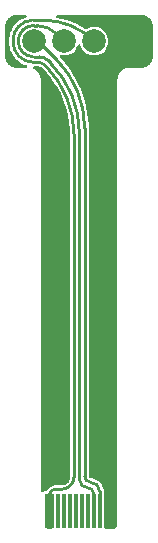
<source format=gbr>
%TF.GenerationSoftware,KiCad,Pcbnew,7.0.4*%
%TF.CreationDate,2023-05-29T14:02:58+02:00*%
%TF.ProjectId,pcb,7063622e-6b69-4636-9164-5f7063625858,rev?*%
%TF.SameCoordinates,Original*%
%TF.FileFunction,Copper,L1,Top*%
%TF.FilePolarity,Positive*%
%FSLAX46Y46*%
G04 Gerber Fmt 4.6, Leading zero omitted, Abs format (unit mm)*
G04 Created by KiCad (PCBNEW 7.0.4) date 2023-05-29 14:02:58*
%MOMM*%
%LPD*%
G01*
G04 APERTURE LIST*
G04 Aperture macros list*
%AMRoundRect*
0 Rectangle with rounded corners*
0 $1 Rounding radius*
0 $2 $3 $4 $5 $6 $7 $8 $9 X,Y pos of 4 corners*
0 Add a 4 corners polygon primitive as box body*
4,1,4,$2,$3,$4,$5,$6,$7,$8,$9,$2,$3,0*
0 Add four circle primitives for the rounded corners*
1,1,$1+$1,$2,$3*
1,1,$1+$1,$4,$5*
1,1,$1+$1,$6,$7*
1,1,$1+$1,$8,$9*
0 Add four rect primitives between the rounded corners*
20,1,$1+$1,$2,$3,$4,$5,0*
20,1,$1+$1,$4,$5,$6,$7,0*
20,1,$1+$1,$6,$7,$8,$9,0*
20,1,$1+$1,$8,$9,$2,$3,0*%
G04 Aperture macros list end*
%TA.AperFunction,SMDPad,CuDef*%
%ADD10R,0.300000X3.000000*%
%TD*%
%TA.AperFunction,ComponentPad*%
%ADD11RoundRect,0.500000X0.500000X-0.500000X0.500000X0.500000X-0.500000X0.500000X-0.500000X-0.500000X0*%
%TD*%
%TA.AperFunction,ComponentPad*%
%ADD12C,2.000000*%
%TD*%
%TA.AperFunction,Conductor*%
%ADD13C,0.250000*%
%TD*%
G04 APERTURE END LIST*
D10*
%TO.P,J1,1,Pin_1*%
%TO.N,VCC*%
X133394000Y-98020000D03*
%TO.P,J1,2,Pin_2*%
X133894000Y-98020000D03*
%TO.P,J1,3,Pin_3*%
%TO.N,/misc*%
X134394000Y-98020000D03*
%TO.P,J1,4,Pin_4*%
%TO.N,/spi_rst*%
X134894000Y-98020000D03*
%TO.P,J1,5,Pin_5*%
%TO.N,/spi_sdi*%
X135394000Y-98020000D03*
%TO.P,J1,6,Pin_6*%
%TO.N,/spi_sdo*%
X135894000Y-98020000D03*
%TO.P,J1,7,Pin_7*%
%TO.N,/spi_dc*%
X136394000Y-98020000D03*
%TO.P,J1,8,Pin_8*%
%TO.N,/spi_cs*%
X136894000Y-98020000D03*
%TO.P,J1,9,Pin_9*%
%TO.N,/i2c_scl*%
X137394000Y-98020000D03*
%TO.P,J1,10,Pin_10*%
%TO.N,/i2c_sda*%
X137894000Y-98020000D03*
%TO.P,J1,11,Pin_11*%
%TO.N,GND*%
X138394000Y-98020000D03*
%TO.P,J1,12,Pin_12*%
X138894000Y-98020000D03*
%TD*%
D11*
%TO.P,J2,1,Pin_1*%
%TO.N,GND*%
X139954000Y-58250000D03*
D12*
%TO.P,J2,2,Pin_2*%
%TO.N,VCC*%
X137414000Y-58250000D03*
%TO.P,J2,3,Pin_3*%
%TO.N,/i2c_scl*%
X134874000Y-58250000D03*
%TO.P,J2,4,Pin_4*%
%TO.N,/i2c_sda*%
X132334000Y-58250000D03*
%TD*%
D13*
%TO.N,VCC*%
X130550000Y-58175000D02*
X130550000Y-58325000D01*
X133128769Y-56475000D02*
X132250000Y-56475000D01*
X133641717Y-96669377D02*
X133641717Y-97767717D01*
X135719823Y-66171660D02*
X135719823Y-95116892D01*
X133641717Y-97767717D02*
X133894000Y-98020000D01*
X132250000Y-60025000D02*
X132587994Y-60025000D01*
X134641717Y-96195000D02*
X134116111Y-96194992D01*
X134641717Y-96195023D02*
G75*
G03*
X135719823Y-95116892I-17J1078123D01*
G01*
X137414009Y-58249991D02*
G75*
G03*
X133128769Y-56475000I-4285209J-4285209D01*
G01*
X134116111Y-96195017D02*
G75*
G03*
X133641717Y-96669377I-11J-474383D01*
G01*
X132250000Y-56475000D02*
G75*
G03*
X130550000Y-58175000I0J-1700000D01*
G01*
X135719858Y-66171660D02*
G75*
G03*
X133295101Y-60317893I-8278458J-40D01*
G01*
X130550000Y-58325000D02*
G75*
G03*
X132250000Y-60025000I1700000J0D01*
G01*
X133295104Y-60317890D02*
G75*
G03*
X132587994Y-60025000I-707104J-707110D01*
G01*
%TO.N,/i2c_scl*%
X132300000Y-56925000D02*
X132569994Y-56925000D01*
X132774390Y-59575000D02*
X132300000Y-59575000D01*
X131000000Y-58275000D02*
X131000000Y-58225000D01*
X136169823Y-95348947D02*
X136169823Y-66008461D01*
X134241261Y-57617261D02*
X134874000Y-58250000D01*
X137394000Y-98020000D02*
X137394000Y-96573123D01*
X133728718Y-60115114D02*
X133481497Y-59867893D01*
X136169777Y-95348947D02*
G75*
G03*
X136894000Y-96073123I724223J47D01*
G01*
X136169858Y-66008461D02*
G75*
G03*
X133728718Y-60115114I-8334458J-39D01*
G01*
X137393977Y-96573123D02*
G75*
G03*
X136894000Y-96073123I-499977J23D01*
G01*
X134241258Y-57617264D02*
G75*
G03*
X132569994Y-56925000I-1671258J-1671236D01*
G01*
X132300000Y-56925000D02*
G75*
G03*
X131000000Y-58225000I0J-1300000D01*
G01*
X131000000Y-58275000D02*
G75*
G03*
X132300000Y-59575000I1300000J0D01*
G01*
X133481502Y-59867888D02*
G75*
G03*
X132774390Y-59575000I-707102J-707112D01*
G01*
%TO.N,/i2c_sda*%
X132334000Y-58250000D02*
X132687500Y-58250000D01*
X132687500Y-58250000D02*
X134200187Y-59762687D01*
X136619823Y-65604204D02*
X136619823Y-95093759D01*
X137894000Y-96367935D02*
X137894000Y-98020000D01*
X136619841Y-95093759D02*
G75*
G03*
X137119823Y-95593759I499959J-41D01*
G01*
X137893941Y-96367935D02*
G75*
G03*
X137119823Y-95593759I-774141J35D01*
G01*
X136619828Y-65604204D02*
G75*
G03*
X134200187Y-59762687I-8261128J4D01*
G01*
%TD*%
%TA.AperFunction,Conductor*%
%TO.N,VCC*%
G36*
X133863039Y-96541685D02*
G01*
X133908794Y-96594489D01*
X133920000Y-96646000D01*
X133920000Y-99395500D01*
X133900315Y-99462539D01*
X133847511Y-99508294D01*
X133796000Y-99519500D01*
X133536000Y-99519500D01*
X133468961Y-99499815D01*
X133423206Y-99447011D01*
X133412000Y-99395500D01*
X133412000Y-96646000D01*
X133431685Y-96578961D01*
X133484489Y-96533206D01*
X133536000Y-96522000D01*
X133796000Y-96522000D01*
X133863039Y-96541685D01*
G37*
%TD.AperFunction*%
%TD*%
%TA.AperFunction,Conductor*%
%TO.N,GND*%
G36*
X141396800Y-56006503D02*
G01*
X141439580Y-56010246D01*
X141565874Y-56022685D01*
X141585804Y-56026312D01*
X141603303Y-56031001D01*
X141651455Y-56043904D01*
X141653405Y-56044461D01*
X141745673Y-56072449D01*
X141762076Y-56078725D01*
X141829512Y-56110171D01*
X141832477Y-56111653D01*
X141916454Y-56156540D01*
X141922778Y-56160425D01*
X141988931Y-56206745D01*
X141992667Y-56209580D01*
X142064947Y-56268898D01*
X142069457Y-56272986D01*
X142126879Y-56330406D01*
X142130968Y-56334918D01*
X142190332Y-56407254D01*
X142193187Y-56411016D01*
X142239410Y-56477029D01*
X142243306Y-56483370D01*
X142288308Y-56567561D01*
X142289820Y-56570585D01*
X142321119Y-56637705D01*
X142327398Y-56654115D01*
X142355573Y-56746993D01*
X142356130Y-56748943D01*
X142373546Y-56813939D01*
X142377175Y-56833880D01*
X142389846Y-56962529D01*
X142393370Y-57002777D01*
X142393606Y-57008187D01*
X142393606Y-59503063D01*
X142393370Y-59508469D01*
X142389644Y-59551054D01*
X142377184Y-59677567D01*
X142373557Y-59697504D01*
X142356039Y-59762887D01*
X142355482Y-59764839D01*
X142327402Y-59857409D01*
X142321124Y-59873819D01*
X142289833Y-59940923D01*
X142288321Y-59943948D01*
X142243272Y-60028230D01*
X142239377Y-60034569D01*
X142193291Y-60100391D01*
X142190428Y-60104164D01*
X142130848Y-60176763D01*
X142126760Y-60181273D01*
X142069631Y-60238406D01*
X142065118Y-60242496D01*
X141992418Y-60302159D01*
X141988646Y-60305021D01*
X141922988Y-60350996D01*
X141916647Y-60354891D01*
X141831991Y-60400140D01*
X141828968Y-60401652D01*
X141762302Y-60432740D01*
X141745889Y-60439020D01*
X141652374Y-60467386D01*
X141650426Y-60467943D01*
X141586032Y-60485199D01*
X141566088Y-60488828D01*
X141436140Y-60501626D01*
X141400760Y-60504723D01*
X141397232Y-60505032D01*
X141391827Y-60505268D01*
X140457760Y-60505268D01*
X140443043Y-60500946D01*
X140402204Y-60504969D01*
X140396123Y-60505268D01*
X140382430Y-60505268D01*
X140382041Y-60505305D01*
X140306576Y-60505305D01*
X140242403Y-60516620D01*
X140230837Y-60515329D01*
X140208191Y-60522199D01*
X140200954Y-60523928D01*
X140134171Y-60535703D01*
X140134170Y-60535703D01*
X140055973Y-60564164D01*
X140043044Y-60564985D01*
X140028037Y-60573007D01*
X140011995Y-60580170D01*
X139969671Y-60595574D01*
X139969664Y-60595577D01*
X139884829Y-60644555D01*
X139870558Y-60648016D01*
X139858785Y-60657679D01*
X139842121Y-60669212D01*
X139818057Y-60683105D01*
X139813621Y-60686211D01*
X139813350Y-60685825D01*
X139799666Y-60695073D01*
X139796182Y-60696934D01*
X139779648Y-60715333D01*
X139732553Y-60754850D01*
X139717574Y-60761404D01*
X139709041Y-60771803D01*
X139692896Y-60788125D01*
X139683960Y-60795623D01*
X139683945Y-60795637D01*
X139676452Y-60804567D01*
X139660136Y-60820706D01*
X139655145Y-60824802D01*
X139643197Y-60844197D01*
X139603728Y-60891233D01*
X139588866Y-60901120D01*
X139583426Y-60911298D01*
X139574149Y-60925027D01*
X139574531Y-60925294D01*
X139571424Y-60929730D01*
X139557503Y-60953840D01*
X139545973Y-60970497D01*
X139540315Y-60977391D01*
X139532826Y-60996580D01*
X139483893Y-61081329D01*
X139483889Y-61081338D01*
X139468436Y-61123791D01*
X139461275Y-61139826D01*
X139455867Y-61149943D01*
X139452368Y-61167933D01*
X139424011Y-61245836D01*
X139412191Y-61312861D01*
X139410463Y-61320096D01*
X139404987Y-61338146D01*
X139404784Y-61354865D01*
X139393607Y-61418239D01*
X139393606Y-61507800D01*
X139393307Y-61513879D01*
X139389746Y-61550030D01*
X139393605Y-61572799D01*
X139393500Y-93519900D01*
X139393500Y-99210237D01*
X139391963Y-99229701D01*
X139391726Y-99231189D01*
X139391303Y-99233554D01*
X139376853Y-99306196D01*
X139365724Y-99338291D01*
X139357407Y-99354617D01*
X139353711Y-99360924D01*
X139324839Y-99404133D01*
X139309418Y-99422923D01*
X139296923Y-99435418D01*
X139278133Y-99450839D01*
X139234924Y-99479711D01*
X139228617Y-99483407D01*
X139212291Y-99491724D01*
X139180196Y-99502853D01*
X139107554Y-99517303D01*
X139105189Y-99517726D01*
X139103701Y-99517963D01*
X139084237Y-99519500D01*
X138368500Y-99519500D01*
X138301461Y-99499815D01*
X138255706Y-99447011D01*
X138244500Y-99395500D01*
X138244500Y-96500249D01*
X138244499Y-96500247D01*
X138232868Y-96441770D01*
X138228940Y-96432288D01*
X138219500Y-96384833D01*
X138219500Y-96337410D01*
X138219442Y-96336090D01*
X138219443Y-96309198D01*
X138219445Y-96271743D01*
X138186041Y-96082250D01*
X138120239Y-95901438D01*
X138047201Y-95774922D01*
X138024040Y-95734801D01*
X138024039Y-95734799D01*
X138024038Y-95734798D01*
X137900363Y-95587396D01*
X137900362Y-95587395D01*
X137900354Y-95587388D01*
X137752977Y-95463714D01*
X137752971Y-95463710D01*
X137752970Y-95463709D01*
X137669789Y-95415681D01*
X137586337Y-95367496D01*
X137405525Y-95301679D01*
X137216046Y-95268262D01*
X137216038Y-95268261D01*
X137175789Y-95268260D01*
X137175741Y-95268257D01*
X137132014Y-95268257D01*
X137107828Y-95265875D01*
X137077235Y-95259791D01*
X137032533Y-95241277D01*
X137016948Y-95230864D01*
X136982734Y-95196650D01*
X136972319Y-95181061D01*
X136953807Y-95136362D01*
X136947705Y-95105674D01*
X136945324Y-95081481D01*
X136945325Y-95065339D01*
X136945327Y-95042232D01*
X136945326Y-95042230D01*
X136945327Y-95033003D01*
X136945323Y-95032935D01*
X136945323Y-65655571D01*
X136945328Y-65655553D01*
X136945328Y-65344755D01*
X136945328Y-65344743D01*
X136913996Y-64826767D01*
X136851447Y-64311627D01*
X136757909Y-63801204D01*
X136633722Y-63297361D01*
X136479341Y-62801934D01*
X136295328Y-62316733D01*
X136082355Y-61843528D01*
X135841199Y-61384045D01*
X135572740Y-60939960D01*
X135473111Y-60795623D01*
X135277958Y-60512897D01*
X134957933Y-60104416D01*
X134957932Y-60104414D01*
X134613818Y-59715991D01*
X134536193Y-59638366D01*
X134502708Y-59577043D01*
X134507692Y-59507351D01*
X134549564Y-59451418D01*
X134615028Y-59427001D01*
X134646656Y-59428796D01*
X134762757Y-59450500D01*
X134762758Y-59450500D01*
X134985241Y-59450500D01*
X134985243Y-59450500D01*
X135203940Y-59409618D01*
X135411401Y-59329247D01*
X135600562Y-59212124D01*
X135764981Y-59062236D01*
X135899058Y-58884689D01*
X135998229Y-58685528D01*
X136024734Y-58592371D01*
X136062013Y-58533278D01*
X136125323Y-58503721D01*
X136194562Y-58513083D01*
X136247749Y-58558393D01*
X136263266Y-58592372D01*
X136289769Y-58685523D01*
X136289775Y-58685538D01*
X136388938Y-58884683D01*
X136388943Y-58884691D01*
X136523020Y-59062238D01*
X136687437Y-59212123D01*
X136687439Y-59212125D01*
X136876595Y-59329245D01*
X136876596Y-59329245D01*
X136876599Y-59329247D01*
X137084060Y-59409618D01*
X137302757Y-59450500D01*
X137302759Y-59450500D01*
X137525241Y-59450500D01*
X137525243Y-59450500D01*
X137743940Y-59409618D01*
X137951401Y-59329247D01*
X138140562Y-59212124D01*
X138304981Y-59062236D01*
X138439058Y-58884689D01*
X138538229Y-58685528D01*
X138599115Y-58471536D01*
X138619643Y-58250000D01*
X138599115Y-58028464D01*
X138538229Y-57814472D01*
X138520565Y-57778998D01*
X138439061Y-57615316D01*
X138439056Y-57615308D01*
X138304979Y-57437761D01*
X138140562Y-57287876D01*
X138140560Y-57287874D01*
X137951404Y-57170754D01*
X137951398Y-57170752D01*
X137743940Y-57090382D01*
X137525243Y-57049500D01*
X137302757Y-57049500D01*
X137084060Y-57090382D01*
X136952864Y-57141207D01*
X136876601Y-57170752D01*
X136876598Y-57170753D01*
X136798622Y-57219033D01*
X136731261Y-57237587D01*
X136666307Y-57217921D01*
X136389294Y-57039897D01*
X135988963Y-56821300D01*
X135822903Y-56745464D01*
X135574044Y-56631815D01*
X135146669Y-56472414D01*
X135146666Y-56472413D01*
X135146663Y-56472412D01*
X135146651Y-56472408D01*
X134709012Y-56343907D01*
X134709002Y-56343904D01*
X134283914Y-56251434D01*
X134222591Y-56217950D01*
X134189106Y-56156627D01*
X134194090Y-56086935D01*
X134235961Y-56031001D01*
X134301426Y-56006584D01*
X134310272Y-56006268D01*
X141391401Y-56006268D01*
X141396800Y-56006503D01*
G37*
%TD.AperFunction*%
%TA.AperFunction,Conductor*%
G36*
X131643054Y-56025953D02*
G01*
X131688809Y-56078757D01*
X131698753Y-56147915D01*
X131669728Y-56211471D01*
X131610950Y-56249245D01*
X131608121Y-56250039D01*
X131605758Y-56250672D01*
X131597521Y-56252879D01*
X131352231Y-56354481D01*
X131352214Y-56354489D01*
X131122285Y-56487240D01*
X131122269Y-56487251D01*
X130911631Y-56648879D01*
X130911624Y-56648885D01*
X130723885Y-56836624D01*
X130723879Y-56836631D01*
X130562251Y-57047269D01*
X130562240Y-57047285D01*
X130429489Y-57277214D01*
X130429481Y-57277231D01*
X130327879Y-57522521D01*
X130259156Y-57778998D01*
X130224501Y-58042232D01*
X130224500Y-58042248D01*
X130224500Y-58457751D01*
X130224501Y-58457767D01*
X130259156Y-58721001D01*
X130327879Y-58977478D01*
X130429481Y-59222768D01*
X130429489Y-59222785D01*
X130562240Y-59452714D01*
X130562251Y-59452730D01*
X130723879Y-59663368D01*
X130723885Y-59663375D01*
X130911624Y-59851114D01*
X130911631Y-59851120D01*
X130919827Y-59857409D01*
X131122278Y-60012755D01*
X131122285Y-60012759D01*
X131352214Y-60145510D01*
X131352219Y-60145512D01*
X131352222Y-60145514D01*
X131352226Y-60145515D01*
X131352231Y-60145518D01*
X131597522Y-60247120D01*
X131597520Y-60247120D01*
X131597526Y-60247121D01*
X131597527Y-60247122D01*
X131651161Y-60261493D01*
X131710822Y-60297858D01*
X131741351Y-60360705D01*
X131733056Y-60430080D01*
X131688571Y-60483958D01*
X131622019Y-60505233D01*
X131619068Y-60505268D01*
X130896813Y-60505268D01*
X130891410Y-60505032D01*
X130877853Y-60503846D01*
X130848778Y-60501302D01*
X130722307Y-60488840D01*
X130702375Y-60485213D01*
X130636959Y-60467687D01*
X130635015Y-60467131D01*
X130542493Y-60439064D01*
X130526082Y-60432785D01*
X130520281Y-60430080D01*
X130515580Y-60427888D01*
X130458870Y-60401442D01*
X130455847Y-60399931D01*
X130382458Y-60360705D01*
X130371726Y-60354968D01*
X130365390Y-60351076D01*
X130364994Y-60350799D01*
X130332070Y-60327744D01*
X130299343Y-60304828D01*
X130295572Y-60301967D01*
X130290565Y-60297858D01*
X130223261Y-60242623D01*
X130218763Y-60238546D01*
X130161320Y-60181101D01*
X130157235Y-60176594D01*
X130097940Y-60104343D01*
X130095118Y-60100625D01*
X130048754Y-60034407D01*
X130044865Y-60028076D01*
X130000069Y-59944268D01*
X129998556Y-59941243D01*
X129993412Y-59930212D01*
X129967043Y-59873660D01*
X129960774Y-59857275D01*
X129932906Y-59765409D01*
X129932383Y-59763577D01*
X129914641Y-59697355D01*
X129911017Y-59677438D01*
X129898801Y-59553443D01*
X129894842Y-59508167D01*
X129894606Y-59502763D01*
X129894606Y-57008478D01*
X129894842Y-57003072D01*
X129894991Y-57001364D01*
X129898658Y-56959460D01*
X129910975Y-56834207D01*
X129914604Y-56814257D01*
X129914690Y-56813939D01*
X129932520Y-56747396D01*
X129933073Y-56745464D01*
X129940660Y-56720453D01*
X129960704Y-56654382D01*
X129966969Y-56638010D01*
X129998725Y-56569908D01*
X130000196Y-56566966D01*
X130044779Y-56483561D01*
X130048641Y-56477276D01*
X130095245Y-56410716D01*
X130098067Y-56406997D01*
X130157151Y-56335006D01*
X130161189Y-56330551D01*
X130218845Y-56272891D01*
X130223304Y-56268850D01*
X130295547Y-56209564D01*
X130299270Y-56206739D01*
X130365368Y-56160452D01*
X130371701Y-56156562D01*
X130456027Y-56111490D01*
X130459007Y-56110000D01*
X130525971Y-56078770D01*
X130542355Y-56072501D01*
X130635962Y-56044107D01*
X130637767Y-56043592D01*
X130702144Y-56026337D01*
X130722063Y-56022711D01*
X130853943Y-56009723D01*
X130890711Y-56006503D01*
X130896104Y-56006268D01*
X131576015Y-56006268D01*
X131643054Y-56025953D01*
G37*
%TD.AperFunction*%
%TD*%
%TA.AperFunction,NonConductor*%
G36*
X132591029Y-60350799D02*
G01*
X132707431Y-60362263D01*
X132731271Y-60367005D01*
X132834430Y-60398297D01*
X132856886Y-60407598D01*
X132951961Y-60458416D01*
X132972166Y-60471917D01*
X133061770Y-60545450D01*
X133067691Y-60550997D01*
X133419313Y-60926412D01*
X133421989Y-60929463D01*
X133749579Y-61328626D01*
X133752049Y-61331846D01*
X134052819Y-61751561D01*
X134055074Y-61754936D01*
X134327761Y-62193445D01*
X134329790Y-62196959D01*
X134573209Y-62652355D01*
X134575004Y-62655995D01*
X134788115Y-63126334D01*
X134789668Y-63130083D01*
X134971566Y-63613361D01*
X134972870Y-63617204D01*
X135122762Y-64111321D01*
X135123813Y-64115241D01*
X135241073Y-64618131D01*
X135241865Y-64622111D01*
X135325983Y-65131586D01*
X135326513Y-65135610D01*
X135377127Y-65649487D01*
X135377392Y-65653536D01*
X135394290Y-66169591D01*
X135394323Y-66171620D01*
X135394323Y-95113847D01*
X135394024Y-95119928D01*
X135381059Y-95251569D01*
X135376317Y-95275408D01*
X135340581Y-95393221D01*
X135331278Y-95415681D01*
X135273243Y-95524258D01*
X135259739Y-95544469D01*
X135181637Y-95639639D01*
X135164449Y-95656827D01*
X135069287Y-95734927D01*
X135049075Y-95748433D01*
X134940492Y-95806473D01*
X134918035Y-95815775D01*
X134800229Y-95851513D01*
X134776387Y-95856256D01*
X134644979Y-95869199D01*
X134638897Y-95869498D01*
X134131723Y-95869492D01*
X134116119Y-95869492D01*
X134087641Y-95869492D01*
X134085145Y-95869492D01*
X134084591Y-95869515D01*
X134037339Y-95869515D01*
X134037338Y-95869515D01*
X134006603Y-95875627D01*
X133882805Y-95900249D01*
X133737237Y-95960540D01*
X133737231Y-95960543D01*
X133606224Y-96048073D01*
X133606220Y-96048077D01*
X133494814Y-96159475D01*
X133494809Y-96159481D01*
X133494810Y-96159481D01*
X133424702Y-96264396D01*
X133371090Y-96309198D01*
X133321604Y-96319500D01*
X133224247Y-96319500D01*
X133165770Y-96331131D01*
X133165769Y-96331132D01*
X133089293Y-96382233D01*
X133087190Y-96379086D01*
X133044826Y-96402205D01*
X132975136Y-96397202D01*
X132919213Y-96355316D01*
X132894814Y-96289846D01*
X132894500Y-96281032D01*
X132894500Y-93519901D01*
X132894500Y-93519900D01*
X132894605Y-61566174D01*
X132898684Y-61552284D01*
X132894903Y-61513883D01*
X132894605Y-61507819D01*
X132894606Y-61505669D01*
X132894605Y-61505666D01*
X132894605Y-61493910D01*
X132894532Y-61493166D01*
X132894537Y-61418238D01*
X132883062Y-61353137D01*
X132884330Y-61341770D01*
X132877602Y-61319588D01*
X132875873Y-61312347D01*
X132864149Y-61245836D01*
X132835799Y-61167933D01*
X132835545Y-61167236D01*
X132834729Y-61154386D01*
X132826789Y-61139531D01*
X132819624Y-61123486D01*
X132804284Y-61081331D01*
X132755203Y-60996312D01*
X132751750Y-60982073D01*
X132742130Y-60970351D01*
X132730594Y-60953682D01*
X132729517Y-60951817D01*
X132716761Y-60929720D01*
X132716758Y-60929716D01*
X132713655Y-60925283D01*
X132714048Y-60925007D01*
X132704848Y-60911394D01*
X132703000Y-60907938D01*
X132684635Y-60891431D01*
X132644950Y-60844132D01*
X132638400Y-60829163D01*
X132628021Y-60820646D01*
X132611693Y-60804495D01*
X132604240Y-60795612D01*
X132595349Y-60788151D01*
X132579211Y-60771835D01*
X132575136Y-60766870D01*
X132555772Y-60754939D01*
X132508602Y-60715356D01*
X132498720Y-60700502D01*
X132488558Y-60695070D01*
X132474854Y-60685806D01*
X132474584Y-60686192D01*
X132470140Y-60683080D01*
X132446065Y-60669180D01*
X132429404Y-60657649D01*
X132422535Y-60652012D01*
X132403378Y-60644533D01*
X132318537Y-60595548D01*
X132318535Y-60595547D01*
X132318534Y-60595546D01*
X132306100Y-60591021D01*
X132249837Y-60549594D01*
X132224903Y-60484324D01*
X132239214Y-60415936D01*
X132288227Y-60366141D01*
X132348513Y-60350500D01*
X132536442Y-60350500D01*
X132584948Y-60350500D01*
X132591029Y-60350799D01*
G37*
%TD.AperFunction*%
M02*

</source>
